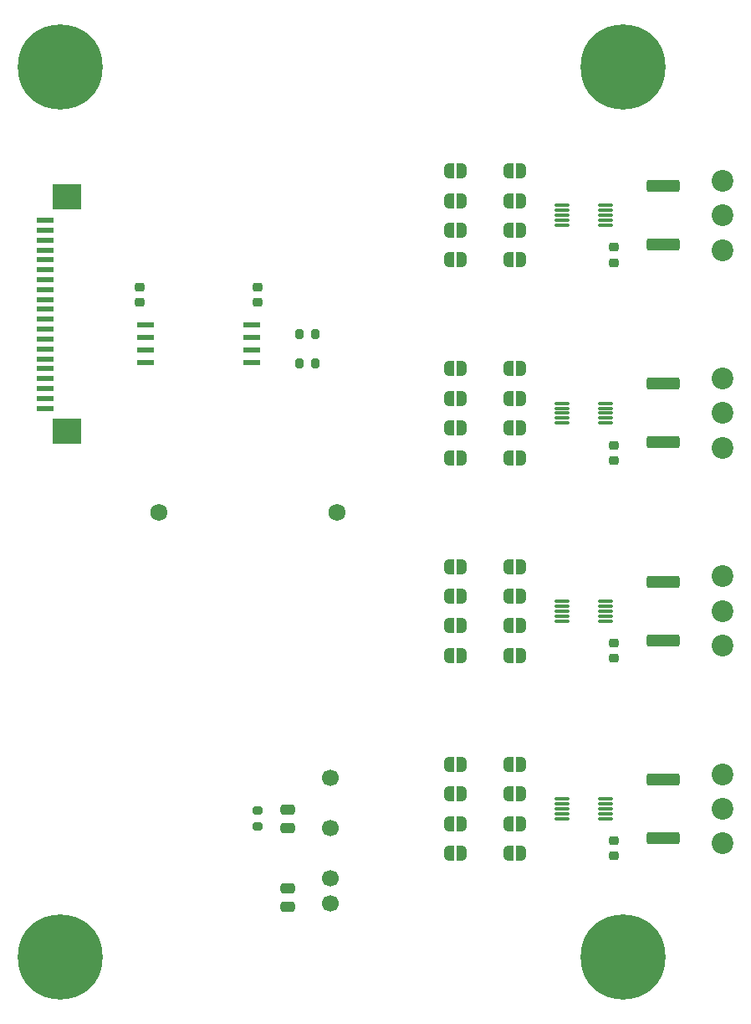
<source format=gbr>
%TF.GenerationSoftware,KiCad,Pcbnew,9.0.6*%
%TF.CreationDate,2025-11-27T08:11:18+03:00*%
%TF.ProjectId,PMCNV-INA226,504d434e-562d-4494-9e41-3232362e6b69,rev?*%
%TF.SameCoordinates,PX3dfd240PY5f5e100*%
%TF.FileFunction,Soldermask,Top*%
%TF.FilePolarity,Negative*%
%FSLAX46Y46*%
G04 Gerber Fmt 4.6, Leading zero omitted, Abs format (unit mm)*
G04 Created by KiCad (PCBNEW 9.0.6) date 2025-11-27 08:11:18*
%MOMM*%
%LPD*%
G01*
G04 APERTURE LIST*
G04 Aperture macros list*
%AMRoundRect*
0 Rectangle with rounded corners*
0 $1 Rounding radius*
0 $2 $3 $4 $5 $6 $7 $8 $9 X,Y pos of 4 corners*
0 Add a 4 corners polygon primitive as box body*
4,1,4,$2,$3,$4,$5,$6,$7,$8,$9,$2,$3,0*
0 Add four circle primitives for the rounded corners*
1,1,$1+$1,$2,$3*
1,1,$1+$1,$4,$5*
1,1,$1+$1,$6,$7*
1,1,$1+$1,$8,$9*
0 Add four rect primitives between the rounded corners*
20,1,$1+$1,$2,$3,$4,$5,0*
20,1,$1+$1,$4,$5,$6,$7,0*
20,1,$1+$1,$6,$7,$8,$9,0*
20,1,$1+$1,$8,$9,$2,$3,0*%
%AMFreePoly0*
4,1,23,0.500000,-0.750000,0.000000,-0.750000,0.000000,-0.745722,-0.065263,-0.745722,-0.191342,-0.711940,-0.304381,-0.646677,-0.396677,-0.554381,-0.461940,-0.441342,-0.495722,-0.315263,-0.495722,-0.250000,-0.500000,-0.250000,-0.500000,0.250000,-0.495722,0.250000,-0.495722,0.315263,-0.461940,0.441342,-0.396677,0.554381,-0.304381,0.646677,-0.191342,0.711940,-0.065263,0.745722,0.000000,0.745722,
0.000000,0.750000,0.500000,0.750000,0.500000,-0.750000,0.500000,-0.750000,$1*%
%AMFreePoly1*
4,1,23,0.000000,0.745722,0.065263,0.745722,0.191342,0.711940,0.304381,0.646677,0.396677,0.554381,0.461940,0.441342,0.495722,0.315263,0.495722,0.250000,0.500000,0.250000,0.500000,-0.250000,0.495722,-0.250000,0.495722,-0.315263,0.461940,-0.441342,0.396677,-0.554381,0.304381,-0.646677,0.191342,-0.711940,0.065263,-0.745722,0.000000,-0.745722,0.000000,-0.750000,-0.500000,-0.750000,
-0.500000,0.750000,0.000000,0.750000,0.000000,0.745722,0.000000,0.745722,$1*%
G04 Aperture macros list end*
%ADD10RoundRect,0.225000X-0.250000X0.225000X-0.250000X-0.225000X0.250000X-0.225000X0.250000X0.225000X0*%
%ADD11C,1.725000*%
%ADD12RoundRect,0.075000X-0.650000X-0.075000X0.650000X-0.075000X0.650000X0.075000X-0.650000X0.075000X0*%
%ADD13FreePoly0,0.000000*%
%ADD14FreePoly1,0.000000*%
%ADD15RoundRect,0.200000X0.200000X0.275000X-0.200000X0.275000X-0.200000X-0.275000X0.200000X-0.275000X0*%
%ADD16C,1.700000*%
%ADD17C,0.900000*%
%ADD18C,8.600000*%
%ADD19C,2.200000*%
%ADD20FreePoly0,180.000000*%
%ADD21FreePoly1,180.000000*%
%ADD22RoundRect,0.250000X-1.425000X0.362500X-1.425000X-0.362500X1.425000X-0.362500X1.425000X0.362500X0*%
%ADD23RoundRect,0.250000X0.475000X-0.250000X0.475000X0.250000X-0.475000X0.250000X-0.475000X-0.250000X0*%
%ADD24RoundRect,0.225000X0.250000X-0.225000X0.250000X0.225000X-0.250000X0.225000X-0.250000X-0.225000X0*%
%ADD25RoundRect,0.200000X-0.275000X0.200000X-0.275000X-0.200000X0.275000X-0.200000X0.275000X0.200000X0*%
%ADD26R,1.701800X0.558800*%
%ADD27RoundRect,0.250000X-0.475000X0.250000X-0.475000X-0.250000X0.475000X-0.250000X0.475000X0.250000X0*%
%ADD28R,1.800000X0.600000*%
%ADD29R,3.000000X2.600000*%
G04 APERTURE END LIST*
D10*
%TO.C,C8*%
X21000000Y-33225000D03*
X21000000Y-34775000D03*
%TD*%
D11*
%TO.C,U4*%
X-7000000Y0D03*
%TD*%
D12*
%TO.C,U7*%
X15800000Y-29000000D03*
X15800000Y-29500000D03*
X15800000Y-30000000D03*
X15800000Y-30500000D03*
X15800000Y-31000000D03*
X20200000Y-31000000D03*
X20200000Y-30500000D03*
X20200000Y-30000000D03*
X20200000Y-29500000D03*
X20200000Y-29000000D03*
%TD*%
D10*
%TO.C,C7*%
X21000000Y-13225000D03*
X21000000Y-14775000D03*
%TD*%
D13*
%TO.C,JP21*%
X10350000Y-5500000D03*
D14*
X11650000Y-5500000D03*
%TD*%
D15*
%TO.C,R3*%
X-9175000Y18000000D03*
X-10825000Y18000000D03*
%TD*%
D16*
%TO.C,PS1*%
X-7625000Y-39615000D03*
X-7625000Y-37075000D03*
X-7625000Y-31995000D03*
X-7625000Y-26915000D03*
%TD*%
D17*
%TO.C,H4*%
X18775000Y45000000D03*
X19719581Y47280419D03*
X19719581Y42719581D03*
X22000000Y48225000D03*
D18*
X22000000Y45000000D03*
D17*
X22000000Y41775000D03*
X24280419Y47280419D03*
X24280419Y42719581D03*
X25225000Y45000000D03*
%TD*%
D19*
%TO.C,J1*%
X32000000Y26500000D03*
X32000000Y30000000D03*
X32000000Y33500000D03*
%TD*%
D13*
%TO.C,JP23*%
X10350000Y-11500000D03*
D14*
X11650000Y-11500000D03*
%TD*%
D13*
%TO.C,JP31*%
X10350000Y-31500000D03*
D14*
X11650000Y-31500000D03*
%TD*%
D20*
%TO.C,JP17*%
X5650000Y-5500000D03*
D21*
X4350000Y-5500000D03*
%TD*%
D12*
%TO.C,U5*%
X15800000Y11000000D03*
X15800000Y10500000D03*
X15800000Y10000000D03*
X15800000Y9500000D03*
X15800000Y9000000D03*
X20200000Y9000000D03*
X20200000Y9500000D03*
X20200000Y10000000D03*
X20200000Y10500000D03*
X20200000Y11000000D03*
%TD*%
D13*
%TO.C,JP24*%
X10350000Y-14500000D03*
D14*
X11650000Y-14500000D03*
%TD*%
D19*
%TO.C,J4*%
X32000000Y-33500000D03*
X32000000Y-30000000D03*
X32000000Y-26500000D03*
%TD*%
D20*
%TO.C,JP20*%
X5650000Y-14500000D03*
D21*
X4350000Y-14500000D03*
%TD*%
D20*
%TO.C,JP25*%
X5650000Y-25500000D03*
D21*
X4350000Y-25500000D03*
%TD*%
D22*
%TO.C,R7*%
X26000000Y-27037500D03*
X26000000Y-32962500D03*
%TD*%
D13*
%TO.C,JP5*%
X10350000Y34500000D03*
D14*
X11650000Y34500000D03*
%TD*%
D19*
%TO.C,J2*%
X32000000Y6500000D03*
X32000000Y10000000D03*
X32000000Y13500000D03*
%TD*%
D12*
%TO.C,U2*%
X15800000Y31000000D03*
X15800000Y30500000D03*
X15800000Y30000000D03*
X15800000Y29500000D03*
X15800000Y29000000D03*
X20200000Y29000000D03*
X20200000Y29500000D03*
X20200000Y30000000D03*
X20200000Y30500000D03*
X20200000Y31000000D03*
%TD*%
D20*
%TO.C,JP2*%
X5650000Y31500000D03*
D21*
X4350000Y31500000D03*
%TD*%
D23*
%TO.C,C1*%
X-12000000Y-39950000D03*
X-12000000Y-38050000D03*
%TD*%
D13*
%TO.C,JP15*%
X10350000Y8500000D03*
D14*
X11650000Y8500000D03*
%TD*%
D17*
%TO.C,H2*%
X18775000Y-45000000D03*
X19719581Y-42719581D03*
X19719581Y-47280419D03*
X22000000Y-41775000D03*
D18*
X22000000Y-45000000D03*
D17*
X22000000Y-48225000D03*
X24280419Y-42719581D03*
X24280419Y-47280419D03*
X25225000Y-45000000D03*
%TD*%
D13*
%TO.C,JP16*%
X10350000Y5500000D03*
D14*
X11650000Y5500000D03*
%TD*%
D24*
%TO.C,C6*%
X-27000000Y21225000D03*
X-27000000Y22775000D03*
%TD*%
D13*
%TO.C,JP30*%
X10350000Y-28500000D03*
D14*
X11650000Y-28500000D03*
%TD*%
D22*
%TO.C,R5*%
X26000000Y12962500D03*
X26000000Y7037500D03*
%TD*%
D10*
%TO.C,C4*%
X21000000Y6775000D03*
X21000000Y5225000D03*
%TD*%
D12*
%TO.C,U6*%
X15800000Y-9000000D03*
X15800000Y-9500000D03*
X15800000Y-10000000D03*
X15800000Y-10500000D03*
X15800000Y-11000000D03*
X20200000Y-11000000D03*
X20200000Y-10500000D03*
X20200000Y-10000000D03*
X20200000Y-9500000D03*
X20200000Y-9000000D03*
%TD*%
D20*
%TO.C,JP12*%
X5650000Y5500000D03*
D21*
X4350000Y5500000D03*
%TD*%
D20*
%TO.C,JP18*%
X5650000Y-8500000D03*
D21*
X4350000Y-8500000D03*
%TD*%
D20*
%TO.C,JP26*%
X5650000Y-28500000D03*
D21*
X4350000Y-28500000D03*
%TD*%
D22*
%TO.C,R2*%
X26000000Y32962500D03*
X26000000Y27037500D03*
%TD*%
D20*
%TO.C,JP11*%
X5650000Y8500000D03*
D21*
X4350000Y8500000D03*
%TD*%
D20*
%TO.C,JP10*%
X5650000Y11500000D03*
D21*
X4350000Y11500000D03*
%TD*%
D13*
%TO.C,JP6*%
X10350000Y31500000D03*
D14*
X11650000Y31500000D03*
%TD*%
D25*
%TO.C,R1*%
X-15000000Y-30175000D03*
X-15000000Y-31825000D03*
%TD*%
D17*
%TO.C,H1*%
X-38225000Y-45000000D03*
X-37280419Y-42719581D03*
X-37280419Y-47280419D03*
X-35000000Y-41775000D03*
D18*
X-35000000Y-45000000D03*
D17*
X-35000000Y-48225000D03*
X-32719581Y-42719581D03*
X-32719581Y-47280419D03*
X-31775000Y-45000000D03*
%TD*%
D11*
%TO.C,U3*%
X-25000000Y0D03*
%TD*%
D22*
%TO.C,R6*%
X26000000Y-7037500D03*
X26000000Y-12962500D03*
%TD*%
D15*
%TO.C,R4*%
X-9175000Y15000000D03*
X-10825000Y15000000D03*
%TD*%
D26*
%TO.C,U11*%
X-26384800Y18905000D03*
X-26384800Y17635000D03*
X-26384800Y16365000D03*
X-26384800Y15095000D03*
X-15615200Y15095000D03*
X-15615200Y16365000D03*
X-15615200Y17635000D03*
X-15615200Y18905000D03*
%TD*%
D13*
%TO.C,JP7*%
X10350000Y28500000D03*
D14*
X11650000Y28500000D03*
%TD*%
D19*
%TO.C,J3*%
X32000000Y-13500000D03*
X32000000Y-10000000D03*
X32000000Y-6500000D03*
%TD*%
D20*
%TO.C,JP28*%
X5650000Y-34500000D03*
D21*
X4350000Y-34500000D03*
%TD*%
D20*
%TO.C,JP9*%
X5650000Y14500000D03*
D21*
X4350000Y14500000D03*
%TD*%
D27*
%TO.C,C2*%
X-12000000Y-30050000D03*
X-12000000Y-31950000D03*
%TD*%
D13*
%TO.C,JP29*%
X10350000Y-25500000D03*
D14*
X11650000Y-25500000D03*
%TD*%
D10*
%TO.C,C3*%
X21000000Y26775000D03*
X21000000Y25225000D03*
%TD*%
D20*
%TO.C,JP19*%
X5650000Y-11500000D03*
D21*
X4350000Y-11500000D03*
%TD*%
D17*
%TO.C,H3*%
X-38225000Y45000000D03*
X-37280419Y47280419D03*
X-37280419Y42719581D03*
X-35000000Y48225000D03*
D18*
X-35000000Y45000000D03*
D17*
X-35000000Y41775000D03*
X-32719581Y47280419D03*
X-32719581Y42719581D03*
X-31775000Y45000000D03*
%TD*%
D20*
%TO.C,JP1*%
X5650000Y34500000D03*
D21*
X4350000Y34500000D03*
%TD*%
D28*
%TO.C,JM1*%
X-36546000Y10500000D03*
X-36546000Y11500000D03*
X-36546000Y12500000D03*
X-36546000Y13500000D03*
X-36546000Y14500000D03*
X-36546000Y15500000D03*
X-36546000Y16500000D03*
X-36546000Y17500000D03*
X-36546000Y18500000D03*
X-36546000Y19500000D03*
X-36546000Y20500000D03*
X-36546000Y21500000D03*
X-36546000Y22500000D03*
X-36546000Y23500000D03*
X-36546000Y24500000D03*
X-36546000Y25500000D03*
X-36546000Y26500000D03*
X-36546000Y27500000D03*
X-36546000Y28500000D03*
X-36546000Y29500000D03*
D29*
X-34375000Y8150000D03*
X-34375000Y31850000D03*
%TD*%
D13*
%TO.C,JP8*%
X10350000Y25500000D03*
D14*
X11650000Y25500000D03*
%TD*%
D13*
%TO.C,JP14*%
X10350000Y11500000D03*
D14*
X11650000Y11500000D03*
%TD*%
D20*
%TO.C,JP4*%
X5650000Y25500000D03*
D21*
X4350000Y25500000D03*
%TD*%
D24*
%TO.C,C5*%
X-15000000Y21225000D03*
X-15000000Y22775000D03*
%TD*%
D20*
%TO.C,JP3*%
X5650000Y28500000D03*
D21*
X4350000Y28500000D03*
%TD*%
D13*
%TO.C,JP22*%
X10350000Y-8500000D03*
D14*
X11650000Y-8500000D03*
%TD*%
D20*
%TO.C,JP27*%
X5650000Y-31500000D03*
D21*
X4350000Y-31500000D03*
%TD*%
D13*
%TO.C,JP13*%
X10350000Y14500000D03*
D14*
X11650000Y14500000D03*
%TD*%
D13*
%TO.C,JP32*%
X10350000Y-34500000D03*
D14*
X11650000Y-34500000D03*
%TD*%
M02*

</source>
